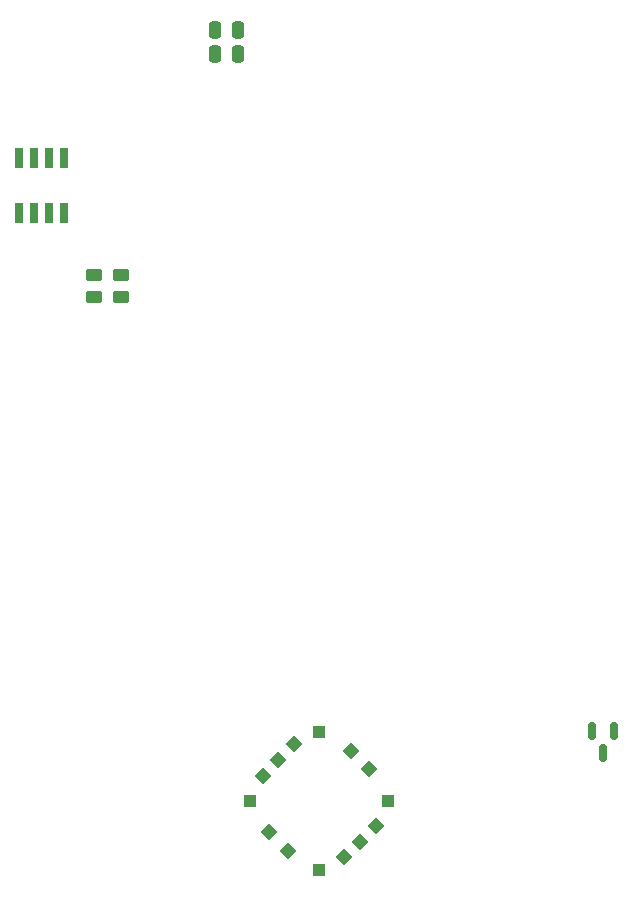
<source format=gtp>
G04 #@! TF.GenerationSoftware,KiCad,Pcbnew,(7.0.0)*
G04 #@! TF.CreationDate,2023-02-19T21:46:30+01:00*
G04 #@! TF.ProjectId,Glitchifier9000,476c6974-6368-4696-9669-657239303030,rev?*
G04 #@! TF.SameCoordinates,Original*
G04 #@! TF.FileFunction,Paste,Top*
G04 #@! TF.FilePolarity,Positive*
%FSLAX46Y46*%
G04 Gerber Fmt 4.6, Leading zero omitted, Abs format (unit mm)*
G04 Created by KiCad (PCBNEW (7.0.0)) date 2023-02-19 21:46:30*
%MOMM*%
%LPD*%
G01*
G04 APERTURE LIST*
G04 Aperture macros list*
%AMRoundRect*
0 Rectangle with rounded corners*
0 $1 Rounding radius*
0 $2 $3 $4 $5 $6 $7 $8 $9 X,Y pos of 4 corners*
0 Add a 4 corners polygon primitive as box body*
4,1,4,$2,$3,$4,$5,$6,$7,$8,$9,$2,$3,0*
0 Add four circle primitives for the rounded corners*
1,1,$1+$1,$2,$3*
1,1,$1+$1,$4,$5*
1,1,$1+$1,$6,$7*
1,1,$1+$1,$8,$9*
0 Add four rect primitives between the rounded corners*
20,1,$1+$1,$2,$3,$4,$5,0*
20,1,$1+$1,$4,$5,$6,$7,0*
20,1,$1+$1,$6,$7,$8,$9,0*
20,1,$1+$1,$8,$9,$2,$3,0*%
%AMRotRect*
0 Rectangle, with rotation*
0 The origin of the aperture is its center*
0 $1 length*
0 $2 width*
0 $3 Rotation angle, in degrees counterclockwise*
0 Add horizontal line*
21,1,$1,$2,0,0,$3*%
G04 Aperture macros list end*
%ADD10RoundRect,0.250000X0.250000X0.475000X-0.250000X0.475000X-0.250000X-0.475000X0.250000X-0.475000X0*%
%ADD11RoundRect,0.150000X-0.150000X0.587500X-0.150000X-0.587500X0.150000X-0.587500X0.150000X0.587500X0*%
%ADD12R,0.720000X1.780000*%
%ADD13RoundRect,0.250000X0.450000X-0.262500X0.450000X0.262500X-0.450000X0.262500X-0.450000X-0.262500X0*%
%ADD14R,1.000000X1.000000*%
%ADD15RotRect,1.000000X1.000000X225.000000*%
G04 APERTURE END LIST*
D10*
X128966000Y-52324000D03*
X127066000Y-52324000D03*
D11*
X159893000Y-111554500D03*
X158943000Y-109679500D03*
X160843000Y-109679500D03*
D10*
X128966000Y-50292000D03*
X127066000Y-50292000D03*
D12*
X110489999Y-65839999D03*
X111759999Y-65839999D03*
X113029999Y-65839999D03*
X114299999Y-65839999D03*
X110489999Y-61159999D03*
X111759999Y-61159999D03*
X113029999Y-61159999D03*
X114299999Y-61159999D03*
D13*
X119126000Y-72921500D03*
X119126000Y-71096500D03*
X116840000Y-72921500D03*
X116840000Y-71096500D03*
D14*
X141739992Y-115569999D03*
X135889999Y-109720006D03*
X135889999Y-121419992D03*
X130040006Y-115569999D03*
D15*
X140132640Y-112882993D03*
X133202993Y-119812640D03*
X139354822Y-119034822D03*
X138577005Y-111327358D03*
X131647358Y-118257005D03*
X131081673Y-113448679D03*
X133768679Y-110761673D03*
X132425176Y-112105176D03*
X138011319Y-120378325D03*
X140698325Y-117691319D03*
M02*

</source>
